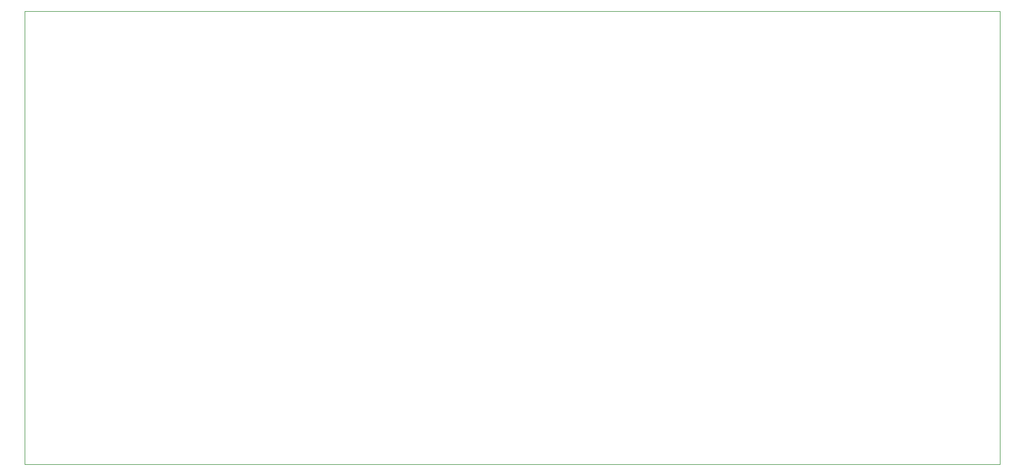
<source format=gbr>
%TF.GenerationSoftware,KiCad,Pcbnew,8.0.3-8.0.3-0~ubuntu22.04.1*%
%TF.CreationDate,2024-07-02T20:32:37+02:00*%
%TF.ProjectId,nixieclock,6e697869-6563-46c6-9f63-6b2e6b696361,rev?*%
%TF.SameCoordinates,Original*%
%TF.FileFunction,Profile,NP*%
%FSLAX46Y46*%
G04 Gerber Fmt 4.6, Leading zero omitted, Abs format (unit mm)*
G04 Created by KiCad (PCBNEW 8.0.3-8.0.3-0~ubuntu22.04.1) date 2024-07-02 20:32:37*
%MOMM*%
%LPD*%
G01*
G04 APERTURE LIST*
%TA.AperFunction,Profile*%
%ADD10C,0.050000*%
%TD*%
G04 APERTURE END LIST*
D10*
X27940000Y-22860000D02*
X175260000Y-22860000D01*
X175260000Y-91440000D01*
X27940000Y-91440000D01*
X27940000Y-22860000D01*
M02*

</source>
